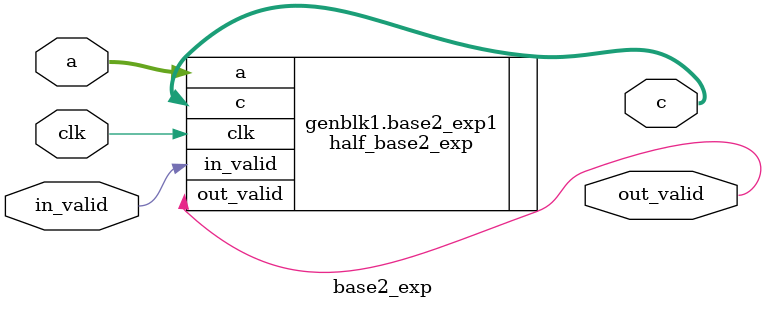
<source format=sv>
`timescale 1ns / 1ps


module base2_exp
#(BITS = 16, PRECISION = "HALF")
(
input clk,
input in_valid,
input [31:0] a,
output logic out_valid,
output logic [31:0] c
);

if (PRECISION == "HALF")
half_base2_exp base2_exp1
(
.clk,
.in_valid,
.a(a),
.out_valid(out_valid),
.c(c)
);

if (PRECISION == "SINGLE")
single_base2_exp base2_exp1
(
.clk,
.in_valid,
.a(a),
.out_valid(out_valid),
.c(c)
);

endmodule


</source>
